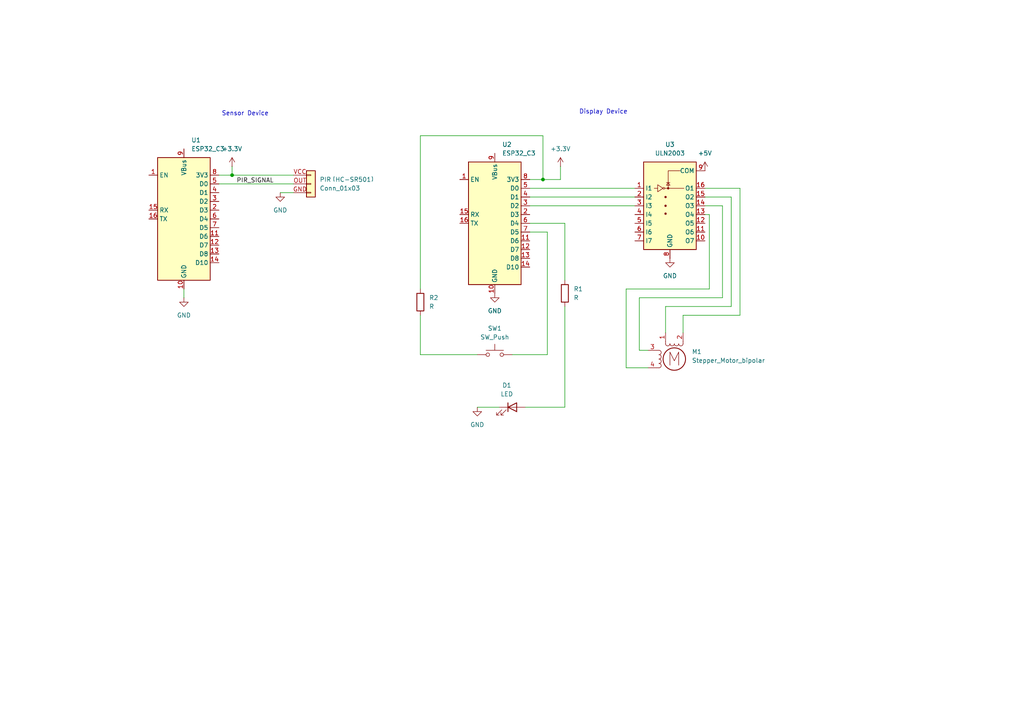
<source format=kicad_sch>
(kicad_sch (version 20250114) (generator "eeschema") (generator_version "9.0")
  (paper "A4")
  (lib_symbols
    (symbol "Connector_Generic:Conn_01x03" (pin_names (offset 1.016) (hide yes))
      (property "Reference" "PIR（HC-SR501）" (at 2.54 1.2701 0))
      (property "Value" "Conn_01x03" (at 2.54 -1.2699 0))
      (symbol "Conn_01x03_1_1"
        (rectangle (start -1.27 3.81) (end 1.27 -3.81) (stroke (width 0.254)) (fill (type background)))
        (rectangle (start -1.27 2.667) (end 0 2.413) (stroke (width 0.1524)))
        (rectangle (start -1.27 0.127) (end 0 -0.127) (stroke (width 0.1524)))
        (rectangle (start -1.27 -2.413) (end 0 -2.667) (stroke (width 0.1524)))
        (pin passive line (at -5.08 2.54 0) (length 3.81) (name "VCC") (number "VCC"))
        (pin passive line (at -5.08 0 0) (length 3.81) (name "OUT") (number "OUT"))
        (pin passive line (at -5.08 -2.54 0) (length 3.81) (name "GND") (number "GND"))
      )
    )
    (symbol "Device:LED" (pin_numbers (hide yes)) (pin_names (offset 1.016) (hide yes))
      (property "Reference" "D" (at 0 2.54 0))
      (property "Value" "LED" (at 0 -2.54 0))
      (symbol "LED_0_1"
        (polyline (pts (xy -3.048 -0.762) (xy -4.572 -2.286) (xy -3.81 -2.286) (xy -4.572 -2.286) (xy -4.572 -1.524)))
        (polyline (pts (xy -1.778 -0.762) (xy -3.302 -2.286) (xy -2.54 -2.286) (xy -3.302 -2.286) (xy -3.302 -1.524)))
        (polyline (pts (xy -1.27 0) (xy 1.27 0)))
        (polyline (pts (xy -1.27 -1.27) (xy -1.27 1.27)) (stroke (width 0.254)))
        (polyline (pts (xy 1.27 -1.27) (xy 1.27 1.27) (xy -1.27 0) (xy 1.27 -1.27)) (stroke (width 0.254)))
      )
      (symbol "LED_1_1"
        (pin passive line (at -3.81 0 0) (length 2.54) (name "K") (number "1"))
        (pin passive line (at 3.81 0 180) (length 2.54) (name "A") (number "2"))
      )
    )
    (symbol "Device:R" (pin_numbers (hide yes)) (pin_names (offset 0))
      (property "Reference" "R" (at 2.032 0 90))
      (property "Value" "R" (at 0 0 90))
      (symbol "R_0_1"
        (rectangle (start -1.016 -2.54) (end 1.016 2.54) (stroke (width 0.254)))
      )
      (symbol "R_1_1"
        (pin passive line (at 0 3.81 270) (length 1.27) (name "~") (number "1"))
        (pin passive line (at 0 -3.81 90) (length 1.27) (name "~") (number "2"))
      )
    )
    (symbol "Motor:Stepper_Motor_bipolar" (pin_names (offset 0) (hide yes))
      (property "Reference" "M" (at 3.81 2.54 0))
      (property "Value" "Stepper_Motor_bipolar" (at 3.81 1.27 0))
      (symbol "Stepper_Motor_bipolar_0_0"
        (polyline (pts (xy -1.27 -1.778) (xy -1.27 2.032) (xy 0 -0.508) (xy 1.27 2.032) (xy 1.27 -1.778)))
      )
      (symbol "Stepper_Motor_bipolar_0_1"
        (polyline (pts (xy -5.08 2.54) (xy -4.445 2.54)))
        (polyline (pts (xy -5.08 -2.54) (xy -4.445 -2.54)))
        (arc (start -4.445 2.54) (mid -3.8127 1.905) (end -4.445 1.27))
        (arc (start -4.445 1.27) (mid -3.8127 0.635) (end -4.445 0))
        (arc (start -4.445 0) (mid -3.8127 -0.635) (end -4.445 -1.27))
        (arc (start -4.445 -1.27) (mid -3.8127 -1.905) (end -4.445 -2.54))
        (polyline (pts (xy -2.54 5.08) (xy -2.54 4.445)))
        (arc (start -1.27 4.445) (mid -1.905 3.8127) (end -2.54 4.445))
        (arc (start 0 4.445) (mid -0.635 3.8127) (end -1.27 4.445))
        (circle (center 0 0) (radius 3.2512) (stroke (width 0.254)))
        (arc (start 1.27 4.445) (mid 0.635 3.8127) (end 0 4.445))
        (arc (start 2.54 4.445) (mid 1.905 3.8127) (end 1.27 4.445))
        (polyline (pts (xy 2.54 5.08) (xy 2.54 4.445)))
      )
      (symbol "Stepper_Motor_bipolar_1_1"
        (pin passive line (at -7.62 2.54 0) (length 2.54) (name "~") (number "3"))
        (pin passive line (at -7.62 -2.54 0) (length 2.54) (name "~") (number "4"))
        (pin passive line (at -2.54 7.62 270) (length 2.54) (name "~") (number "1"))
        (pin passive line (at 2.54 7.62 270) (length 2.54) (name "-") (number "2"))
      )
    )
    (symbol "RF_Module:WEMOS_C3_mini"
      (property "Reference" "U" (at 3.81 19.05 0))
      (property "Value" "WEMOS_C3_mini" (at 1.27 -19.05 0))
      (symbol "WEMOS_C3_mini_1_1"
        (rectangle (start -7.62 17.78) (end 7.62 -17.78) (stroke (width 0.254)) (fill (type background)))
        (pin input line (at -10.16 12.7 0) (length 2.54) (name "EN") (number "1"))
        (pin input line (at -10.16 2.54 0) (length 2.54) (name "RX") (number "15"))
        (pin output line (at -10.16 0 0) (length 2.54) (name "TX") (number "16"))
        (pin power_in line (at 0 20.32 270) (length 2.54) (name "VBus") (number "9"))
        (pin power_in line (at 0 -20.32 90) (length 2.54) (name "GND") (number "10"))
        (pin power_out line (at 10.16 12.7 180) (length 2.54) (name "3V3") (number "8"))
        (pin bidirectional line (at 10.16 10.16 180) (length 2.54) (name "D0") (number "5"))
        (pin bidirectional line (at 10.16 7.62 180) (length 2.54) (name "D1") (number "4"))
        (pin bidirectional line (at 10.16 5.08 180) (length 2.54) (name "D2") (number "3"))
        (pin bidirectional line (at 10.16 2.54 180) (length 2.54) (name "D3") (number "2"))
        (pin bidirectional line (at 10.16 0 180) (length 2.54) (name "D4") (number "6"))
        (pin bidirectional line (at 10.16 -2.54 180) (length 2.54) (name "D5") (number "7"))
        (pin bidirectional line (at 10.16 -5.08 180) (length 2.54) (name "D6") (number "11"))
        (pin bidirectional line (at 10.16 -7.62 180) (length 2.54) (name "D7") (number "12"))
        (pin bidirectional line (at 10.16 -10.16 180) (length 2.54) (name "D8") (number "13"))
        (pin bidirectional line (at 10.16 -12.7 180) (length 2.54) (name "D10") (number "14"))
      )
    )
    (symbol "Switch:SW_Push" (pin_numbers (hide yes)) (pin_names (offset 1.016) (hide yes))
      (property "Reference" "SW" (at 1.27 2.54 0))
      (property "Value" "SW_Push" (at 0 -1.524 0))
      (symbol "SW_Push_0_1"
        (circle (center -2.032 0) (radius 0.508))
        (polyline (pts (xy 0 1.27) (xy 0 3.048)))
        (circle (center 2.032 0) (radius 0.508))
        (polyline (pts (xy 2.54 1.27) (xy -2.54 1.27)))
        (pin passive line (at -5.08 0 0) (length 2.54) (name "1") (number "1"))
        (pin passive line (at 5.08 0 180) (length 2.54) (name "2") (number "2"))
      )
    )
    (symbol "Transistor_Array:ULN2003"
      (property "Reference" "U" (at 0 15.875 0))
      (property "Value" "ULN2003" (at 0 13.97 0))
      (symbol "ULN2003_0_1"
        (rectangle (start -7.62 -12.7) (end 7.62 12.7) (stroke (width 0.254)) (fill (type background)))
        (polyline (pts (xy -4.572 5.08) (xy -3.556 5.08)))
        (polyline (pts (xy -3.556 6.096) (xy -3.556 4.064) (xy -2.032 5.08) (xy -3.556 6.096)))
        (circle (center -1.778 5.08) (radius 0.254))
        (polyline (pts (xy -1.524 5.08) (xy 4.064 5.08)))
        (circle (center -1.27 2.54) (radius 0.254) (fill (type outline)))
        (circle (center -1.27 0) (radius 0.254) (fill (type outline)))
        (circle (center -1.27 -2.286) (radius 0.254) (fill (type outline)))
        (circle (center -0.508 5.08) (radius 0.254) (fill (type outline)))
        (polyline (pts (xy -0.508 5.08) (xy -0.508 10.16) (xy 2.921 10.16)))
        (polyline (pts (xy 0 6.731) (xy -1.016 6.731)))
        (polyline (pts (xy 0 5.969) (xy -1.016 5.969) (xy -0.508 6.731) (xy 0 5.969)))
      )
      (symbol "ULN2003_1_1"
        (pin input line (at -10.16 5.08 0) (length 2.54) (name "I1") (number "1"))
        (pin input line (at -10.16 2.54 0) (length 2.54) (name "I2") (number "2"))
        (pin input line (at -10.16 0 0) (length 2.54) (name "I3") (number "3"))
        (pin input line (at -10.16 -2.54 0) (length 2.54) (name "I4") (number "4"))
        (pin input line (at -10.16 -5.08 0) (length 2.54) (name "I5") (number "5"))
        (pin input line (at -10.16 -7.62 0) (length 2.54) (name "I6") (number "6"))
        (pin input line (at -10.16 -10.16 0) (length 2.54) (name "I7") (number "7"))
        (pin power_in line (at 0 -15.24 90) (length 2.54) (name "GND") (number "8"))
        (pin passive line (at 10.16 10.16 180) (length 2.54) (name "COM") (number "9"))
        (pin open_collector line (at 10.16 5.08 180) (length 2.54) (name "O1") (number "16"))
        (pin open_collector line (at 10.16 2.54 180) (length 2.54) (name "O2") (number "15"))
        (pin open_collector line (at 10.16 0 180) (length 2.54) (name "O3") (number "14"))
        (pin open_collector line (at 10.16 -2.54 180) (length 2.54) (name "O4") (number "13"))
        (pin open_collector line (at 10.16 -5.08 180) (length 2.54) (name "O5") (number "12"))
        (pin open_collector line (at 10.16 -7.62 180) (length 2.54) (name "O6") (number "11"))
        (pin open_collector line (at 10.16 -10.16 180) (length 2.54) (name "O7") (number "10"))
      )
    )
    (symbol "power:+3.3V" (power) (pin_numbers (hide yes)) (pin_names (offset 0) (hide yes))
      (property "Value" "+3.3V" (at 0 3.556 0))
      (symbol "+3.3V_0_1"
        (polyline (pts (xy -0.762 1.27) (xy 0 2.54)))
        (polyline (pts (xy 0 2.54) (xy 0.762 1.27)))
        (polyline (pts (xy 0 0) (xy 0 2.54)))
      )
      (symbol "+3.3V_1_1"
        (pin power_in line (at 0 0 90) (length 0) (name "~") (number "1"))
      )
    )
    (symbol "power:+5V" (power) (pin_numbers (hide yes)) (pin_names (offset 0) (hide yes))
      (property "Value" "+5V" (at 0 3.556 0))
      (symbol "+5V_0_1"
        (polyline (pts (xy -0.762 1.27) (xy 0 2.54)))
        (polyline (pts (xy 0 2.54) (xy 0.762 1.27)))
        (polyline (pts (xy 0 0) (xy 0 2.54)))
      )
      (symbol "+5V_1_1"
        (pin power_in line (at 0 0 90) (length 0) (name "~") (number "1"))
      )
    )
    (symbol "power:GND" (power) (pin_numbers (hide yes)) (pin_names (offset 0) (hide yes))
      (property "Value" "GND" (at 0 -3.81 0))
      (symbol "GND_0_1"
        (polyline (pts (xy 0 0) (xy 0 -1.27) (xy 1.27 -1.27) (xy 0 -2.54) (xy -1.27 -1.27) (xy 0 -1.27)))
      )
      (symbol "GND_1_1"
        (pin power_in line (at 0 0 270) (length 0) (name "~") (number "1"))
      )
    )
  )
  (text "Display Device" (at 175.006 32.512 0) (effects (font (size 1.27 1.27))))
  (text "Sensor Device" (at 71.12 33.02 0) (effects (font (size 1.27 1.27))))
  (junction (at 67.31 50.8))
  (junction (at 157.48 52.07))
  (wire (pts (xy 198.12 91.44) (xy 198.12 96.52)))
  (wire (pts (xy 162.56 48.26) (xy 162.56 52.07)))
  (wire (pts (xy 204.47 59.69) (xy 209.55 59.69)))
  (wire (pts (xy 153.67 54.61) (xy 184.15 54.61)))
  (wire (pts (xy 205.74 62.23) (xy 205.74 83.82)))
  (wire (pts (xy 212.09 88.9) (xy 193.04 88.9)))
  (wire (pts (xy 153.67 59.69) (xy 184.15 59.69)))
  (wire (pts (xy 163.83 118.11) (xy 152.4 118.11)))
  (wire (pts (xy 138.43 102.87) (xy 121.92 102.87)))
  (wire (pts (xy 204.47 54.61) (xy 214.63 54.61)))
  (wire (pts (xy 153.67 52.07) (xy 157.48 52.07)))
  (wire (pts (xy 214.63 91.44) (xy 198.12 91.44)))
  (wire (pts (xy 121.92 102.87) (xy 121.92 91.44)))
  (wire (pts (xy 185.42 86.36) (xy 185.42 101.6)))
  (wire (pts (xy 63.5 53.34) (xy 85.09 53.34)))
  (wire (pts (xy 67.31 50.8) (xy 85.09 50.8)))
  (wire (pts (xy 158.75 67.31) (xy 158.75 102.87)))
  (wire (pts (xy 67.31 48.26) (xy 67.31 50.8)))
  (wire (pts (xy 205.74 83.82) (xy 181.61 83.82)))
  (wire (pts (xy 204.47 62.23) (xy 205.74 62.23)))
  (wire (pts (xy 158.75 102.87) (xy 148.59 102.87)))
  (wire (pts (xy 163.83 88.9) (xy 163.83 118.11)))
  (wire (pts (xy 181.61 83.82) (xy 181.61 106.68)))
  (wire (pts (xy 214.63 54.61) (xy 214.63 91.44)))
  (wire (pts (xy 193.04 88.9) (xy 193.04 96.52)))
  (wire (pts (xy 138.43 118.11) (xy 144.78 118.11)))
  (wire (pts (xy 63.5 50.8) (xy 67.31 50.8)))
  (wire (pts (xy 121.92 39.37) (xy 157.48 39.37)))
  (wire (pts (xy 209.55 59.69) (xy 209.55 86.36)))
  (wire (pts (xy 121.92 83.82) (xy 121.92 39.37)))
  (wire (pts (xy 212.09 57.15) (xy 212.09 88.9)))
  (wire (pts (xy 157.48 52.07) (xy 162.56 52.07)))
  (wire (pts (xy 53.34 86.36) (xy 53.34 83.82)))
  (wire (pts (xy 153.67 57.15) (xy 184.15 57.15)))
  (wire (pts (xy 185.42 101.6) (xy 187.96 101.6)))
  (wire (pts (xy 204.47 57.15) (xy 212.09 57.15)))
  (wire (pts (xy 181.61 106.68) (xy 187.96 106.68)))
  (wire (pts (xy 85.09 55.88) (xy 81.28 55.88)))
  (wire (pts (xy 209.55 86.36) (xy 185.42 86.36)))
  (wire (pts (xy 153.67 67.31) (xy 158.75 67.31)))
  (wire (pts (xy 163.83 64.77) (xy 163.83 81.28)))
  (wire (pts (xy 153.67 64.77) (xy 163.83 64.77)))
  (wire (pts (xy 157.48 39.37) (xy 157.48 52.07)))
  (label "PIR_SIGNAL" (at 68.58 53.34 0))
  (symbol (lib_id "power:GND") (at 143.51 85.09 0) (unit 1)
    (property "Reference" "#PWR04" (effects (hide yes)))
    (property "Value" "GND" (at 143.51 90.17 0))
    (property "Description" "Power symbol creates a global label with name \"GND\" , ground" (effects (hide yes)))
  )
  (symbol (lib_id "Motor:Stepper_Motor_bipolar") (at 195.58 104.14 0) (unit 1)
    (property "Reference" "M1" (at 200.66 102.019 0) (effects (justify left)))
    (property "Value" "Stepper_Motor_bipolar" (at 200.66 104.559 0) (effects (justify left)))
    (property "Datasheet" "http://www.infineon.com/dgdl/Application-Note-TLE8110EE_driving_UniPolarStepperMotor_V1.1.pdf?fileId=db3a30431be39b97011be5d0aa0a00b0" (effects (hide yes)))
    (property "Description" "4-wire bipolar stepper motor" (effects (hide yes)))
  )
  (symbol (lib_id "power:+3.3V") (at 162.56 48.26 0) (unit 1)
    (property "Reference" "#PWR07" (effects (hide yes)))
    (property "Value" "+3.3V" (at 162.56 43.18 0))
    (property "Description" "Power symbol creates a global label with name \"+3.3V\"" (effects (hide yes)))
  )
  (symbol (lib_id "power:GND") (at 138.43 118.11 0) (unit 1)
    (property "Reference" "#PWR08" (effects (hide yes)))
    (property "Value" "GND" (at 138.43 123.19 0))
    (property "Description" "Power symbol creates a global label with name \"GND\" , ground" (effects (hide yes)))
  )
  (symbol (lib_id "power:+5V") (at 204.47 49.53 0) (unit 1)
    (property "Reference" "#PWR06" (effects (hide yes)))
    (property "Value" "+5V" (at 204.47 44.45 0))
    (property "Description" "Power symbol creates a global label with name \"+5V\"" (effects (hide yes)))
  )
  (symbol (lib_id "RF_Module:WEMOS_C3_mini") (at 53.34 63.5 0) (unit 1)
    (property "Reference" "U1" (at 55.4833 40.64 0) (effects (justify left)))
    (property "Value" "ESP32_C3" (at 55.4833 43.18 0) (effects (justify left)))
    (property "Footprint" "RF_Module:WEMOS_C3_mini" (effects (hide yes)))
    (property "Datasheet" "https://www.wemos.cc/en/latest/c3/c3_mini.html" (effects (hide yes)))
    (property "Description" "32-bit microcontroller module with WiFi" (effects (hide yes)))
  )
  (symbol (lib_id "power:GND") (at 53.34 86.36 0) (unit 1)
    (property "Reference" "#PWR02" (effects (hide yes)))
    (property "Value" "GND" (at 53.34 91.44 0))
    (property "Description" "Power symbol creates a global label with name \"GND\" , ground" (effects (hide yes)))
  )
  (symbol (lib_id "power:GND") (at 194.31 74.93 0) (unit 1)
    (property "Reference" "#PWR05" (effects (hide yes)))
    (property "Value" "GND" (at 194.31 80.01 0))
    (property "Description" "Power symbol creates a global label with name \"GND\" , ground" (effects (hide yes)))
  )
  (symbol (lib_id "Switch:SW_Push") (at 143.51 102.87 0) (unit 1)
    (property "Reference" "SW1" (at 143.51 95.25 0))
    (property "Value" "SW_Push" (at 143.51 97.79 0))
    (property "Description" "Push button switch, generic, two pins" (effects (hide yes)))
  )
  (symbol (lib_id "Device:LED") (at 148.59 118.11 0) (unit 1)
    (property "Reference" "D1" (at 147.0025 111.76 0))
    (property "Value" "LED" (at 147.0025 114.3 0))
    (property "Description" "Light emitting diode" (effects (hide yes)))
    (property "Sim.Pins" "1=K 2=A" (effects (hide yes)))
  )
  (symbol (lib_id "Connector_Generic:Conn_01x03") (at 90.17 53.34 0) (unit 1)
    (property "Reference" "PIR（HC-SR501）" (at 92.71 52.0699 0) (effects (justify left)))
    (property "Value" "Conn_01x03" (at 92.71 54.6099 0) (effects (justify left)))
    (property "Description" "Generic connector, single row, 01x03, script generated (kicad-library-utils/schlib/autogen/connector/)" (effects (hide yes)))
  )
  (symbol (lib_id "Device:R") (at 121.92 87.63 0) (unit 1)
    (property "Reference" "R2" (at 124.46 86.3599 0) (effects (justify left)))
    (property "Value" "R" (at 124.46 88.8999 0) (effects (justify left)))
    (property "Description" "Resistor" (effects (hide yes)))
  )
  (symbol (lib_id "power:+3.3V") (at 67.31 48.26 0) (unit 1)
    (property "Reference" "#PWR01" (effects (hide yes)))
    (property "Value" "+3.3V" (at 67.31 43.18 0))
    (property "Description" "Power symbol creates a global label with name \"+3.3V\"" (effects (hide yes)))
  )
  (symbol (lib_id "Transistor_Array:ULN2003") (at 194.31 59.69 0) (unit 1)
    (property "Reference" "U3" (at 194.31 41.91 0))
    (property "Value" "ULN2003" (at 194.31 44.45 0))
    (property "Datasheet" "http://www.ti.com/lit/ds/symlink/uln2003a.pdf" (effects (hide yes)))
    (property "Description" "High Voltage, High Current Darlington Transistor Arrays, SOIC16/SOIC16W/DIP16/TSSOP16" (effects (hide yes)))
  )
  (symbol (lib_id "power:GND") (at 81.28 55.88 0) (unit 1)
    (property "Reference" "#PWR03" (effects (hide yes)))
    (property "Value" "GND" (at 81.28 60.96 0))
    (property "Description" "Power symbol creates a global label with name \"GND\" , ground" (effects (hide yes)))
  )
  (symbol (lib_id "RF_Module:WEMOS_C3_mini") (at 143.51 64.77 0) (unit 1)
    (property "Reference" "U2" (at 145.6533 41.91 0) (effects (justify left)))
    (property "Value" "ESP32_C3" (at 145.6533 44.45 0) (effects (justify left)))
    (property "Footprint" "RF_Module:WEMOS_C3_mini" (effects (hide yes)))
    (property "Datasheet" "https://www.wemos.cc/en/latest/c3/c3_mini.html" (effects (hide yes)))
    (property "Description" "32-bit microcontroller module with WiFi" (effects (hide yes)))
  )
  (symbol (lib_id "Device:R") (at 163.83 85.09 0) (unit 1)
    (property "Reference" "R1" (at 166.37 83.8199 0) (effects (justify left)))
    (property "Value" "R" (at 166.37 86.3599 0) (effects (justify left)))
    (property "Description" "Resistor" (effects (hide yes)))
  )
)
</source>
